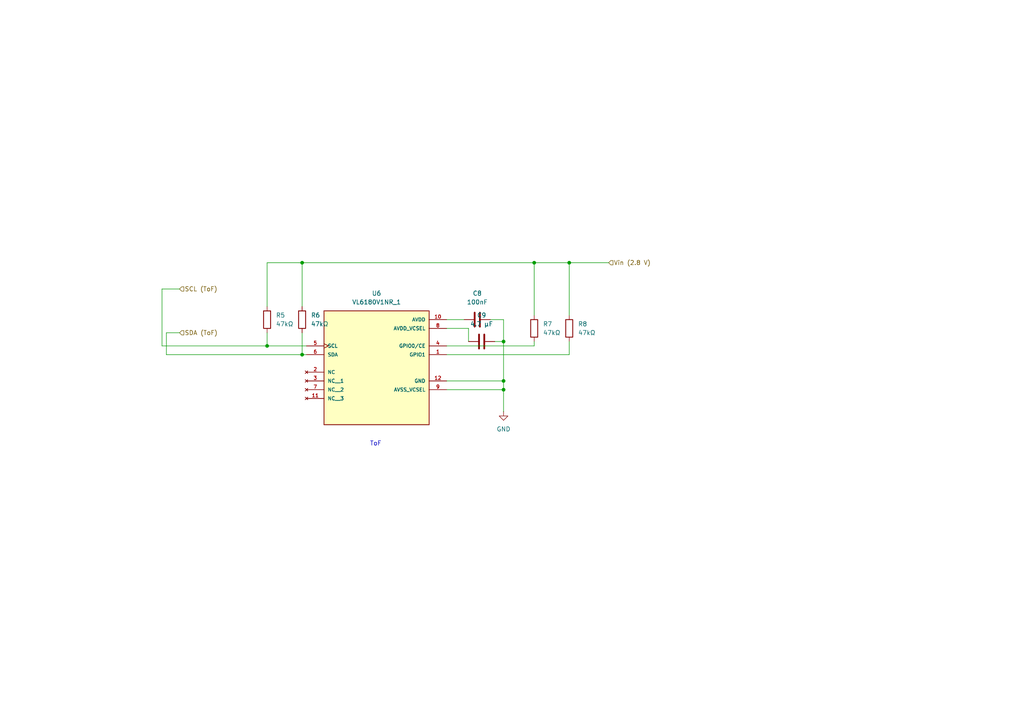
<source format=kicad_sch>
(kicad_sch (version 20250114) (generator "eeschema") (generator_version "9.0")
  (paper "A4")
  (lib_symbols
    (symbol "Device:C" (pin_numbers (hide yes)) (pin_names (offset 0.254))
      (property "Reference" "C" (at 0.635 2.54 0))
      (property "Value" "C" (at 0.635 -2.54 0))
      (symbol "C_0_1"
        (polyline (pts (xy -2.032 0.762) (xy 2.032 0.762)) (stroke (width 0.508)))
        (polyline (pts (xy -2.032 -0.762) (xy 2.032 -0.762)) (stroke (width 0.508)))
      )
      (symbol "C_1_1"
        (pin passive line (at 0 3.81 270) (length 2.794) (name "~") (number "1"))
        (pin passive line (at 0 -3.81 90) (length 2.794) (name "~") (number "2"))
      )
    )
    (symbol "Device:R" (pin_numbers (hide yes)) (pin_names (offset 0))
      (property "Reference" "R" (at 2.032 0 90))
      (property "Value" "R" (at 0 0 90))
      (symbol "R_0_1"
        (rectangle (start -1.016 -2.54) (end 1.016 2.54) (stroke (width 0.254)))
      )
      (symbol "R_1_1"
        (pin passive line (at 0 3.81 270) (length 1.27) (name "~") (number "1"))
        (pin passive line (at 0 -3.81 90) (length 1.27) (name "~") (number "2"))
      )
    )
    (symbol "VL6180:VL6180V1NR_1" (pin_names (offset 1.016))
      (property "Reference" "U" (at -15.2568 15.2484 0))
      (property "Value" "VL6180V1NR_1" (at -15.2519 -25.4079 0))
      (symbol "VL6180V1NR_1_0_0"
        (rectangle (start -15.24 -20.32) (end 15.24 12.7) (stroke (width 0.254)) (fill (type background)))
        (pin input clock (at -20.32 2.54 0) (length 5.08) (name "SCL") (number "5"))
        (pin bidirectional line (at -20.32 0 0) (length 5.08) (name "SDA") (number "6"))
        (pin no_connect line (at -20.32 -5.08 0) (length 5.08) (name "NC") (number "2"))
        (pin no_connect line (at -20.32 -7.62 0) (length 5.08) (name "NC__1") (number "3"))
        (pin no_connect line (at -20.32 -10.16 0) (length 5.08) (name "NC__2") (number "7"))
        (pin no_connect line (at -20.32 -12.7 0) (length 5.08) (name "NC__3") (number "11"))
        (pin power_in line (at 20.32 10.16 180) (length 5.08) (name "AVDD") (number "10"))
        (pin power_in line (at 20.32 7.62 180) (length 5.08) (name "AVDD_VCSEL") (number "8"))
        (pin bidirectional line (at 20.32 2.54 180) (length 5.08) (name "GPIO0/CE") (number "4"))
        (pin bidirectional line (at 20.32 0 180) (length 5.08) (name "GPIO1") (number "1"))
        (pin power_in line (at 20.32 -7.62 180) (length 5.08) (name "GND") (number "12"))
        (pin power_in line (at 20.32 -10.16 180) (length 5.08) (name "AVSS_VCSEL") (number "9"))
      )
    )
    (symbol "power:GND" (power) (pin_numbers (hide yes)) (pin_names (offset 0) (hide yes))
      (property "Value" "GND" (at 0 -3.81 0))
      (symbol "GND_0_1"
        (polyline (pts (xy 0 0) (xy 0 -1.27) (xy 1.27 -1.27) (xy 0 -2.54) (xy -1.27 -1.27) (xy 0 -1.27)))
      )
      (symbol "GND_1_1"
        (pin power_in line (at 0 0 270) (length 0) (name "~") (number "1"))
      )
    )
  )
  (text "ToF\n" (at 108.966 128.778 0) (effects (font (size 1.27 1.27))))
  (junction (at 77.47 100.33))
  (junction (at 165.1 76.2))
  (junction (at 87.63 102.87))
  (junction (at 146.05 99.06))
  (junction (at 154.94 76.2))
  (junction (at 146.05 113.03))
  (junction (at 87.63 76.2))
  (junction (at 146.05 110.49))
  (wire (pts (xy 77.47 100.33) (xy 46.99 100.33)))
  (wire (pts (xy 129.54 100.33) (xy 154.94 100.33)))
  (wire (pts (xy 87.63 76.2) (xy 87.63 88.9)))
  (wire (pts (xy 154.94 76.2) (xy 154.94 91.44)))
  (wire (pts (xy 87.63 96.52) (xy 87.63 102.87)))
  (wire (pts (xy 48.26 102.87) (xy 48.26 96.52)))
  (wire (pts (xy 87.63 102.87) (xy 48.26 102.87)))
  (wire (pts (xy 129.54 110.49) (xy 146.05 110.49)))
  (wire (pts (xy 146.05 99.06) (xy 146.05 110.49)))
  (wire (pts (xy 146.05 110.49) (xy 146.05 113.03)))
  (wire (pts (xy 165.1 99.06) (xy 165.1 102.87)))
  (wire (pts (xy 129.54 113.03) (xy 146.05 113.03)))
  (wire (pts (xy 46.99 83.82) (xy 52.07 83.82)))
  (wire (pts (xy 146.05 113.03) (xy 146.05 119.38)))
  (wire (pts (xy 77.47 76.2) (xy 77.47 88.9)))
  (wire (pts (xy 87.63 102.87) (xy 88.9 102.87)))
  (wire (pts (xy 165.1 76.2) (xy 154.94 76.2)))
  (wire (pts (xy 154.94 99.06) (xy 154.94 100.33)))
  (wire (pts (xy 165.1 76.2) (xy 165.1 91.44)))
  (wire (pts (xy 77.47 100.33) (xy 88.9 100.33)))
  (wire (pts (xy 135.89 99.06) (xy 135.89 95.25)))
  (wire (pts (xy 146.05 92.71) (xy 146.05 99.06)))
  (wire (pts (xy 129.54 102.87) (xy 165.1 102.87)))
  (wire (pts (xy 143.51 99.06) (xy 146.05 99.06)))
  (wire (pts (xy 142.24 92.71) (xy 146.05 92.71)))
  (wire (pts (xy 154.94 76.2) (xy 87.63 76.2)))
  (wire (pts (xy 135.89 95.25) (xy 129.54 95.25)))
  (wire (pts (xy 46.99 100.33) (xy 46.99 83.82)))
  (wire (pts (xy 48.26 96.52) (xy 52.07 96.52)))
  (wire (pts (xy 77.47 96.52) (xy 77.47 100.33)))
  (wire (pts (xy 129.54 92.71) (xy 134.62 92.71)))
  (wire (pts (xy 176.53 76.2) (xy 165.1 76.2)))
  (wire (pts (xy 87.63 76.2) (xy 77.47 76.2)))
  (hierarchical_label "Vin (2.8 V)" (shape input) (at 176.53 76.2 0))
  (hierarchical_label "SDA (ToF)" (shape input) (at 52.07 96.52 0))
  (hierarchical_label "SCL (ToF)" (shape input) (at 52.07 83.82 0))
  (symbol (lib_id "VL6180:VL6180V1NR_1") (at 109.22 102.87 0) (unit 1)
    (property "Reference" "U6" (at 109.22 85.09 0))
    (property "Value" "VL6180V1NR_1" (at 109.22 87.63 0))
    (property "Footprint" "VL6180V1NR_1:XDCR_VL6180V1NR_1" (effects (hide yes)))
    (property "PARTREV" "A" (effects (hide yes)))
    (property "STANDARD" "Manufacturer Recommendations" (effects (hide yes)))
    (property "MAXIMUM_PACKAGE_HEIGHT" "1.1 mm" (effects (hide yes)))
    (property "MANUFACTURER" "STMicroelectronics" (effects (hide yes)))
  )
  (symbol (lib_id "Device:C") (at 139.7 99.06 90) (unit 1)
    (property "Reference" "C9" (at 139.7 91.44 90))
    (property "Value" "4.7 μF" (at 139.7 93.98 90))
    (property "Description" "Unpolarized capacitor" (effects (hide yes)))
  )
  (symbol (lib_id "Device:C") (at 138.43 92.71 90) (unit 1)
    (property "Reference" "C8" (at 138.43 85.09 90))
    (property "Value" "100nF" (at 138.43 87.63 90))
    (property "Description" "Unpolarized capacitor" (effects (hide yes)))
  )
  (symbol (lib_id "Device:R") (at 87.63 92.71 0) (unit 1)
    (property "Reference" "R6" (at 90.17 91.4399 0) (effects (justify left)))
    (property "Value" "47kΩ" (at 90.17 93.9799 0) (effects (justify left)))
    (property "Description" "Resistor" (effects (hide yes)))
  )
  (symbol (lib_id "Device:R") (at 77.47 92.71 0) (unit 1)
    (property "Reference" "R5" (at 80.01 91.4399 0) (effects (justify left)))
    (property "Value" "47kΩ" (at 80.01 93.9799 0) (effects (justify left)))
    (property "Description" "Resistor" (effects (hide yes)))
  )
  (symbol (lib_id "power:GND") (at 146.05 119.38 0) (unit 1)
    (property "Reference" "#PWR07" (effects (hide yes)))
    (property "Value" "GND" (at 146.05 124.46 0))
    (property "Description" "Power symbol creates a global label with name \"GND\" , ground" (effects (hide yes)))
  )
  (symbol (lib_id "Device:R") (at 154.94 95.25 0) (unit 1)
    (property "Reference" "R7" (at 157.48 93.9799 0) (effects (justify left)))
    (property "Value" "47kΩ" (at 157.48 96.5199 0) (effects (justify left)))
    (property "Description" "Resistor" (effects (hide yes)))
  )
  (symbol (lib_id "Device:R") (at 165.1 95.25 0) (unit 1)
    (property "Reference" "R8" (at 167.64 93.9799 0) (effects (justify left)))
    (property "Value" "47kΩ" (at 167.64 96.5199 0) (effects (justify left)))
    (property "Description" "Resistor" (effects (hide yes)))
  )
)
</source>
